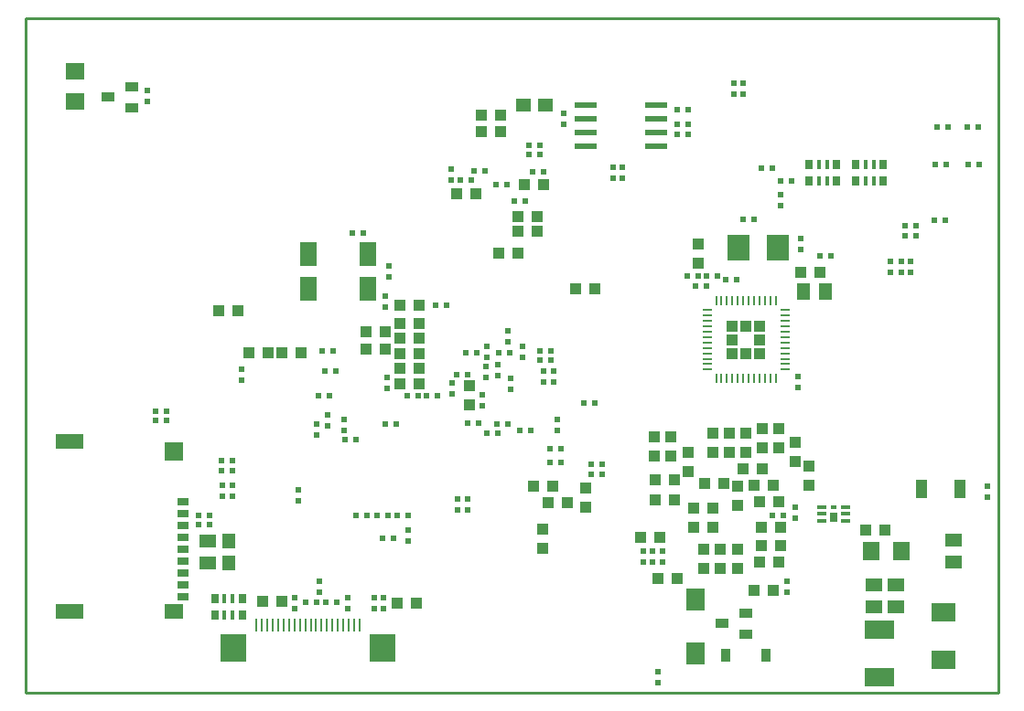
<source format=gbr>
%TF.GenerationSoftware,KiCad,Pcbnew,no-vcs-found-f3908bd~61~ubuntu16.04.1*%
%TF.CreationDate,2017-11-15T13:54:59+02:00*%
%TF.ProjectId,A64-OlinuXino_Rev_E,4136342D4F6C696E7558696E6F5F5265,D*%
%TF.SameCoordinates,Original*%
%TF.FileFunction,Paste,Bot*%
%TF.FilePolarity,Positive*%
%FSLAX46Y46*%
G04 Gerber Fmt 4.6, Leading zero omitted, Abs format (unit mm)*
G04 Created by KiCad (PCBNEW no-vcs-found-f3908bd~61~ubuntu16.04.1) date Wed Nov 15 13:54:59 2017*
%MOMM*%
%LPD*%
G01*
G04 APERTURE LIST*
%ADD10C,0.254000*%
%ADD11R,1.016000X1.016000*%
%ADD12R,2.098400X0.498400*%
%ADD13R,2.600000X1.400000*%
%ADD14R,1.800000X1.800000*%
%ADD15R,1.800000X1.400000*%
%ADD16R,1.100000X0.700000*%
%ADD17R,2.400000X2.600000*%
%ADD18R,0.230000X1.280000*%
%ADD19R,1.000000X1.000000*%
%ADD20R,0.230000X0.880000*%
%ADD21R,0.880000X0.230000*%
%ADD22R,1.600000X2.200000*%
%ADD23R,0.711200X0.965200*%
%ADD24R,0.457200X0.965200*%
%ADD25R,0.550000X0.500000*%
%ADD26R,0.900000X0.350000*%
%ADD27R,0.800000X0.950000*%
%ADD28R,0.600000X0.350000*%
%ADD29R,0.500000X0.550000*%
%ADD30R,1.524000X1.270000*%
%ADD31R,1.700000X2.000000*%
%ADD32R,0.898400X1.298400*%
%ADD33R,1.298400X0.898400*%
%ADD34R,1.800000X1.600000*%
%ADD35R,2.700000X1.800000*%
%ADD36R,1.422400X1.168400*%
%ADD37R,1.168400X1.422400*%
%ADD38R,1.524000X1.778000*%
%ADD39R,1.016000X1.778000*%
%ADD40R,1.270000X1.524000*%
%ADD41R,2.100000X2.400000*%
%ADD42R,2.286000X1.778000*%
G04 APERTURE END LIST*
D10*
X100000000Y-37500000D02*
X100000000Y-100000000D01*
X190000000Y-37500000D02*
X100000000Y-37500000D01*
X190000000Y-100000000D02*
X190000000Y-37500000D01*
X100000000Y-100000000D02*
X190000000Y-100000000D01*
D11*
%TO.C,C162*%
X161290000Y-77724000D03*
X161290000Y-79502000D03*
%TD*%
D12*
%TO.C,U12*%
X158302000Y-45593000D03*
X158302000Y-46863000D03*
X158302000Y-48133000D03*
X158302000Y-49403000D03*
X151832000Y-49403000D03*
X151832000Y-48133000D03*
X151832000Y-46863000D03*
X151832000Y-45593000D03*
%TD*%
D13*
%TO.C,MICRO_SD1*%
X104085000Y-92432000D03*
X104085000Y-76732000D03*
D14*
X113685000Y-77632000D03*
D15*
X113685000Y-92432000D03*
D16*
X114565000Y-91132000D03*
X114565000Y-90032000D03*
X114565000Y-88932000D03*
X114565000Y-87832000D03*
X114565000Y-86732000D03*
X114565000Y-85632000D03*
X114565000Y-84532000D03*
X114565000Y-83432000D03*
X114565000Y-82332000D03*
%TD*%
D17*
%TO.C,MIPI-DSI1*%
X133011000Y-95870000D03*
X119211000Y-95870000D03*
D18*
X130861000Y-93770000D03*
X130361000Y-93770000D03*
X129861000Y-93770000D03*
X129361000Y-93770000D03*
X128861000Y-93770000D03*
X128361000Y-93770000D03*
X127861000Y-93770000D03*
X127361000Y-93770000D03*
X126861000Y-93770000D03*
X126361000Y-93770000D03*
X125861000Y-93770000D03*
X125361000Y-93770000D03*
X124861000Y-93770000D03*
X124361000Y-93770000D03*
X123861000Y-93770000D03*
X123361000Y-93770000D03*
X122861000Y-93770000D03*
X122361000Y-93770000D03*
X121861000Y-93770000D03*
X121361000Y-93770000D03*
%TD*%
D19*
%TO.C,U15*%
X165328600Y-66014600D03*
D20*
X169374000Y-63710000D03*
X168874000Y-63710000D03*
X168374000Y-63710000D03*
X167874000Y-63710000D03*
X167374000Y-63710000D03*
X166874000Y-63710000D03*
X166374000Y-63710000D03*
X165874000Y-63710000D03*
X165374000Y-63710000D03*
X164874000Y-63710000D03*
X164374000Y-63710000D03*
X163874000Y-63710000D03*
D21*
X163024000Y-64560000D03*
X163024000Y-65060000D03*
X163024000Y-65560000D03*
X163024000Y-66060000D03*
X163024000Y-66560000D03*
X163024000Y-67060000D03*
X163024000Y-67560000D03*
X163024000Y-68060000D03*
X163024000Y-68560000D03*
X163024000Y-69060000D03*
X163024000Y-69560000D03*
X163024000Y-70060000D03*
D20*
X163874000Y-70910000D03*
X164374000Y-70910000D03*
X164874000Y-70910000D03*
X165374000Y-70910000D03*
X165874000Y-70910000D03*
X166374000Y-70910000D03*
X166874000Y-70910000D03*
X167374000Y-70910000D03*
X167874000Y-70910000D03*
X168374000Y-70910000D03*
X168874000Y-70910000D03*
X169374000Y-70910000D03*
D21*
X170224000Y-70060000D03*
X170224000Y-69560000D03*
X170224000Y-69060000D03*
X170224000Y-68560000D03*
X170224000Y-68060000D03*
X170224000Y-67560000D03*
X170224000Y-67060000D03*
X170224000Y-66560000D03*
X170224000Y-66060000D03*
X170224000Y-65560000D03*
X170224000Y-65060000D03*
X170224000Y-64560000D03*
D19*
X165328600Y-67310000D03*
X165328600Y-68605400D03*
X166624000Y-68605400D03*
X167919400Y-68605400D03*
X167919400Y-67310000D03*
X166624000Y-66014600D03*
X167919400Y-66014600D03*
%TD*%
D22*
%TO.C,Q2*%
X126155000Y-59360000D03*
X126155000Y-62560000D03*
X131655000Y-62560000D03*
X131655000Y-59360000D03*
%TD*%
D23*
%TO.C,RM9*%
X179324000Y-51054000D03*
X179324000Y-52578000D03*
X176784000Y-51054000D03*
X176784000Y-52578000D03*
D24*
X178435000Y-51054000D03*
X177673000Y-51054000D03*
X178435000Y-52578000D03*
X177673000Y-52578000D03*
%TD*%
D25*
%TO.C,R93*%
X133604000Y-60452000D03*
X133604000Y-61468000D03*
%TD*%
%TO.C,R46*%
X111252000Y-44196000D03*
X111252000Y-45212000D03*
%TD*%
D26*
%TO.C,T1*%
X173652000Y-84089000D03*
X173652000Y-83439000D03*
X173652000Y-82789000D03*
X175852000Y-82789000D03*
X175852000Y-83439000D03*
X175852000Y-84089000D03*
D27*
X174752000Y-83789000D03*
D28*
X174752000Y-82789000D03*
%TD*%
D25*
%TO.C,C1*%
X135400000Y-84892000D03*
X135400000Y-85908000D03*
%TD*%
D29*
%TO.C,C2*%
X135382000Y-83566000D03*
X134366000Y-83566000D03*
%TD*%
%TO.C,C3*%
X133477000Y-83566000D03*
X132461000Y-83566000D03*
%TD*%
%TO.C,C4*%
X131572000Y-83566000D03*
X130556000Y-83566000D03*
%TD*%
D11*
%TO.C,C5*%
X134366000Y-91694000D03*
X136144000Y-91694000D03*
%TD*%
D25*
%TO.C,C6*%
X129800000Y-91192000D03*
X129800000Y-92208000D03*
%TD*%
%TO.C,C7*%
X124900000Y-91192000D03*
X124900000Y-92208000D03*
%TD*%
%TO.C,C8*%
X125200000Y-82208000D03*
X125200000Y-81192000D03*
%TD*%
%TO.C,C9*%
X129413000Y-75692000D03*
X129413000Y-74676000D03*
%TD*%
D11*
%TO.C,C10*%
X123711000Y-68500000D03*
X125489000Y-68500000D03*
%TD*%
D25*
%TO.C,C11*%
X119100000Y-81808000D03*
X119100000Y-80792000D03*
%TD*%
D29*
%TO.C,C12*%
X132992000Y-85700000D03*
X134008000Y-85700000D03*
%TD*%
D25*
%TO.C,C13*%
X133096000Y-91186000D03*
X133096000Y-92202000D03*
%TD*%
%TO.C,C14*%
X132207000Y-91186000D03*
X132207000Y-92202000D03*
%TD*%
%TO.C,C15*%
X133400000Y-70792000D03*
X133400000Y-71808000D03*
%TD*%
D11*
%TO.C,C16*%
X123689000Y-91500000D03*
X121911000Y-91500000D03*
%TD*%
D29*
%TO.C,C17*%
X143592000Y-75100000D03*
X144608000Y-75100000D03*
%TD*%
%TO.C,C18*%
X145692000Y-75700000D03*
X146708000Y-75700000D03*
%TD*%
%TO.C,C19*%
X130556000Y-76581000D03*
X129540000Y-76581000D03*
%TD*%
%TO.C,C20*%
X127692000Y-70200000D03*
X128708000Y-70200000D03*
%TD*%
D11*
%TO.C,C21*%
X133223000Y-68199000D03*
X131445000Y-68199000D03*
%TD*%
D29*
%TO.C,C22*%
X141908000Y-75000000D03*
X140892000Y-75000000D03*
%TD*%
%TO.C,C23*%
X119108000Y-78500000D03*
X118092000Y-78500000D03*
%TD*%
D25*
%TO.C,C24*%
X127200000Y-89692000D03*
X127200000Y-90708000D03*
%TD*%
D29*
%TO.C,C25*%
X127392000Y-68300000D03*
X128408000Y-68300000D03*
%TD*%
D11*
%TO.C,C26*%
X122389000Y-68500000D03*
X120611000Y-68500000D03*
%TD*%
%TO.C,C27*%
X147828000Y-86614000D03*
X147828000Y-84836000D03*
%TD*%
D25*
%TO.C,C28*%
X127900000Y-74292000D03*
X127900000Y-75308000D03*
%TD*%
D29*
%TO.C,C29*%
X143708000Y-76000000D03*
X142692000Y-76000000D03*
%TD*%
%TO.C,C30*%
X133292000Y-75100000D03*
X134308000Y-75100000D03*
%TD*%
D25*
%TO.C,C31*%
X126900000Y-76108000D03*
X126900000Y-75092000D03*
%TD*%
D29*
%TO.C,C34*%
X148608000Y-69200000D03*
X147592000Y-69200000D03*
%TD*%
%TO.C,C35*%
X146892000Y-51750000D03*
X147908000Y-51750000D03*
%TD*%
D11*
%TO.C,C36*%
X146113500Y-52959000D03*
X147891500Y-52959000D03*
%TD*%
D29*
%TO.C,C37*%
X141258000Y-52500000D03*
X140242000Y-52500000D03*
%TD*%
D11*
%TO.C,C38*%
X141639000Y-53750000D03*
X139861000Y-53750000D03*
%TD*%
%TO.C,C42*%
X143889000Y-46500000D03*
X142111000Y-46500000D03*
%TD*%
%TO.C,C43*%
X143889000Y-48050000D03*
X142111000Y-48050000D03*
%TD*%
D29*
%TO.C,C44*%
X141492000Y-51650000D03*
X142508000Y-51650000D03*
%TD*%
%TO.C,C46*%
X140908000Y-70500000D03*
X139892000Y-70500000D03*
%TD*%
D25*
%TO.C,C50*%
X139425000Y-71317000D03*
X139425000Y-72333000D03*
%TD*%
D29*
%TO.C,C51*%
X138108000Y-72500000D03*
X137092000Y-72500000D03*
%TD*%
D11*
%TO.C,C53*%
X136398000Y-69977000D03*
X134620000Y-69977000D03*
%TD*%
%TO.C,C54*%
X134620000Y-65786000D03*
X136398000Y-65786000D03*
%TD*%
%TO.C,C55*%
X136398000Y-68580000D03*
X134620000Y-68580000D03*
%TD*%
%TO.C,C56*%
X134620000Y-67183000D03*
X136398000Y-67183000D03*
%TD*%
%TO.C,C59*%
X134620000Y-71374000D03*
X136398000Y-71374000D03*
%TD*%
%TO.C,C61*%
X141050000Y-71586000D03*
X141050000Y-73364000D03*
%TD*%
D30*
%TO.C,C64*%
X116840000Y-85979000D03*
X116840000Y-88011000D03*
%TD*%
D25*
%TO.C,C72*%
X179959000Y-61087000D03*
X179959000Y-60071000D03*
%TD*%
%TO.C,C73*%
X144625000Y-66442000D03*
X144625000Y-67458000D03*
%TD*%
D29*
%TO.C,C79*%
X143792000Y-68500000D03*
X144808000Y-68500000D03*
%TD*%
D25*
%TO.C,C80*%
X147900000Y-70192000D03*
X147900000Y-71208000D03*
%TD*%
%TO.C,C109*%
X142700000Y-68908000D03*
X142700000Y-67892000D03*
%TD*%
D29*
%TO.C,C110*%
X148608000Y-68300000D03*
X147592000Y-68300000D03*
%TD*%
D25*
%TO.C,C115*%
X148800000Y-71208000D03*
X148800000Y-70192000D03*
%TD*%
D11*
%TO.C,C116*%
X145542000Y-59309000D03*
X143764000Y-59309000D03*
%TD*%
D25*
%TO.C,C117*%
X142600000Y-70808000D03*
X142600000Y-69792000D03*
%TD*%
D30*
%TO.C,C118*%
X180467000Y-90043000D03*
X180467000Y-92075000D03*
%TD*%
%TO.C,C119*%
X178435000Y-90043000D03*
X178435000Y-92075000D03*
%TD*%
D11*
%TO.C,C120*%
X147320000Y-55880000D03*
X145542000Y-55880000D03*
%TD*%
%TO.C,C121*%
X169799000Y-84709000D03*
X168021000Y-84709000D03*
%TD*%
D29*
%TO.C,C123*%
X148492000Y-77400000D03*
X149508000Y-77400000D03*
%TD*%
D11*
%TO.C,C125*%
X158242000Y-80264000D03*
X160020000Y-80264000D03*
%TD*%
%TO.C,C126*%
X163576000Y-82931000D03*
X161798000Y-82931000D03*
%TD*%
D29*
%TO.C,C127*%
X153289000Y-79756000D03*
X152273000Y-79756000D03*
%TD*%
D11*
%TO.C,C128*%
X169799000Y-86360000D03*
X168021000Y-86360000D03*
%TD*%
D29*
%TO.C,C130*%
X153289000Y-78867000D03*
X152273000Y-78867000D03*
%TD*%
D25*
%TO.C,C132*%
X149200000Y-74692000D03*
X149200000Y-75708000D03*
%TD*%
D11*
%TO.C,C133*%
X165862000Y-86741000D03*
X165862000Y-88519000D03*
%TD*%
D29*
%TO.C,C134*%
X148492000Y-78700000D03*
X149508000Y-78700000D03*
%TD*%
D11*
%TO.C,C135*%
X177673000Y-84963000D03*
X179451000Y-84963000D03*
%TD*%
%TO.C,C137*%
X151765000Y-82804000D03*
X151765000Y-81026000D03*
%TD*%
%TO.C,C142*%
X146939000Y-80899000D03*
X148717000Y-80899000D03*
%TD*%
%TO.C,C145*%
X164211000Y-86741000D03*
X164211000Y-88519000D03*
%TD*%
%TO.C,C147*%
X172466000Y-80772000D03*
X172466000Y-78994000D03*
%TD*%
%TO.C,C148*%
X148336000Y-82423000D03*
X150114000Y-82423000D03*
%TD*%
%TO.C,C149*%
X162687000Y-88519000D03*
X162687000Y-86741000D03*
%TD*%
%TO.C,C151*%
X160274000Y-89408000D03*
X158496000Y-89408000D03*
%TD*%
%TO.C,C152*%
X169164000Y-90551000D03*
X167386000Y-90551000D03*
%TD*%
%TO.C,C153*%
X166624000Y-75946000D03*
X166624000Y-77724000D03*
%TD*%
D25*
%TO.C,C155*%
X142200000Y-73408000D03*
X142200000Y-72392000D03*
%TD*%
D29*
%TO.C,C156*%
X184277000Y-47625000D03*
X185293000Y-47625000D03*
%TD*%
D11*
%TO.C,C157*%
X165862000Y-82677000D03*
X165862000Y-80899000D03*
%TD*%
D25*
%TO.C,C158*%
X144900000Y-71908000D03*
X144900000Y-70892000D03*
%TD*%
D11*
%TO.C,C159*%
X158242000Y-82169000D03*
X160020000Y-82169000D03*
%TD*%
%TO.C,C160*%
X158115000Y-78105000D03*
X158115000Y-76327000D03*
%TD*%
%TO.C,C161*%
X164592000Y-80645000D03*
X162814000Y-80645000D03*
%TD*%
%TO.C,C164*%
X163576000Y-75946000D03*
X163576000Y-77724000D03*
%TD*%
%TO.C,C165*%
X165100000Y-75946000D03*
X165100000Y-77724000D03*
%TD*%
%TO.C,C167*%
X166370000Y-79248000D03*
X168148000Y-79248000D03*
%TD*%
%TO.C,C168*%
X159639000Y-78105000D03*
X159639000Y-76327000D03*
%TD*%
%TO.C,C170*%
X167386000Y-80772000D03*
X169164000Y-80772000D03*
%TD*%
%TO.C,C171*%
X161798000Y-84709000D03*
X163576000Y-84709000D03*
%TD*%
%TO.C,C173*%
X158623000Y-85598000D03*
X156845000Y-85598000D03*
%TD*%
%TO.C,C174*%
X171196000Y-76835000D03*
X171196000Y-78613000D03*
%TD*%
%TO.C,C176*%
X167894000Y-82296000D03*
X169672000Y-82296000D03*
%TD*%
D29*
%TO.C,C177*%
X184150000Y-51054000D03*
X185166000Y-51054000D03*
%TD*%
D11*
%TO.C,C178*%
X169672000Y-75565000D03*
X169672000Y-77343000D03*
%TD*%
%TO.C,C179*%
X168148000Y-75565000D03*
X168148000Y-77343000D03*
%TD*%
D30*
%TO.C,C180*%
X185801000Y-85852000D03*
X185801000Y-87884000D03*
%TD*%
D11*
%TO.C,C181*%
X167894000Y-87884000D03*
X169672000Y-87884000D03*
%TD*%
D29*
%TO.C,C183*%
X131191000Y-57404000D03*
X130175000Y-57404000D03*
%TD*%
D25*
%TO.C,C184*%
X133223000Y-64262000D03*
X133223000Y-63246000D03*
%TD*%
D11*
%TO.C,C188*%
X147320000Y-57277000D03*
X145542000Y-57277000D03*
%TD*%
D29*
%TO.C,C189*%
X140692000Y-68500000D03*
X141708000Y-68500000D03*
%TD*%
D11*
%TO.C,C190*%
X119634000Y-64643000D03*
X117856000Y-64643000D03*
%TD*%
D25*
%TO.C,C191*%
X146000000Y-67892000D03*
X146000000Y-68908000D03*
%TD*%
D11*
%TO.C,C192*%
X134620000Y-64135000D03*
X136398000Y-64135000D03*
%TD*%
%TO.C,C194*%
X150876000Y-62611000D03*
X152654000Y-62611000D03*
%TD*%
D31*
%TO.C,D3*%
X161925000Y-96353000D03*
X161925000Y-91353000D03*
%TD*%
D32*
%TO.C,D4*%
X168524000Y-96520000D03*
X164724000Y-96520000D03*
%TD*%
D33*
%TO.C,FET1*%
X107609640Y-44828460D03*
X109819440Y-45783500D03*
X109819440Y-43881040D03*
%TD*%
%TO.C,FET2*%
X164378640Y-93596460D03*
X166588440Y-94551500D03*
X166588440Y-92649040D03*
%TD*%
D34*
%TO.C,FUSE1*%
X104521000Y-45215000D03*
X104521000Y-42415000D03*
%TD*%
D35*
%TO.C,FUSE2*%
X178943000Y-94193000D03*
X178943000Y-98593000D03*
%TD*%
D36*
%TO.C,L1*%
X146050000Y-45593000D03*
X148082000Y-45593000D03*
%TD*%
D37*
%TO.C,L2*%
X118745000Y-85979000D03*
X118745000Y-88011000D03*
%TD*%
D29*
%TO.C,R2*%
X127092000Y-72500000D03*
X128108000Y-72500000D03*
%TD*%
D25*
%TO.C,R3*%
X140843000Y-83058000D03*
X140843000Y-82042000D03*
%TD*%
%TO.C,R4*%
X139954000Y-83058000D03*
X139954000Y-82042000D03*
%TD*%
D29*
%TO.C,R54*%
X169037000Y-51435000D03*
X168021000Y-51435000D03*
%TD*%
D25*
%TO.C,R60*%
X169799000Y-53848000D03*
X169799000Y-54864000D03*
%TD*%
D29*
%TO.C,R96*%
X138938000Y-64135000D03*
X137922000Y-64135000D03*
%TD*%
%TO.C,R97*%
X151638000Y-73152000D03*
X152654000Y-73152000D03*
%TD*%
D23*
%TO.C,RM7*%
X120015000Y-91313000D03*
X120015000Y-92837000D03*
X117475000Y-91313000D03*
X117475000Y-92837000D03*
D24*
X119126000Y-91313000D03*
X118364000Y-91313000D03*
X119126000Y-92837000D03*
X118364000Y-92837000D03*
%TD*%
D23*
%TO.C,RM12*%
X175006000Y-51054000D03*
X175006000Y-52578000D03*
X172466000Y-51054000D03*
X172466000Y-52578000D03*
D24*
X174117000Y-51054000D03*
X173355000Y-51054000D03*
X174117000Y-52578000D03*
X173355000Y-52578000D03*
%TD*%
D29*
%TO.C,R37*%
X184023000Y-56261000D03*
X185039000Y-56261000D03*
%TD*%
D25*
%TO.C,R38*%
X181864000Y-60071000D03*
X181864000Y-61087000D03*
%TD*%
D29*
%TO.C,R41*%
X173482000Y-59563000D03*
X174498000Y-59563000D03*
%TD*%
D25*
%TO.C,R42*%
X180975000Y-61087000D03*
X180975000Y-60071000D03*
%TD*%
D29*
%TO.C,R61*%
X169799000Y-52578000D03*
X170815000Y-52578000D03*
%TD*%
D25*
%TO.C,C197*%
X143700000Y-69592000D03*
X143700000Y-70608000D03*
%TD*%
%TO.C,R85*%
X170434000Y-89662000D03*
X170434000Y-90678000D03*
%TD*%
%TO.C,R84*%
X171196000Y-82804000D03*
X171196000Y-83820000D03*
%TD*%
D38*
%TO.C,R78*%
X178181000Y-86868000D03*
X180975000Y-86868000D03*
%TD*%
D29*
%TO.C,R92*%
X170053000Y-83566000D03*
X169037000Y-83566000D03*
%TD*%
D25*
%TO.C,R90*%
X157099000Y-87884000D03*
X157099000Y-86868000D03*
%TD*%
%TO.C,R88*%
X157988000Y-87884000D03*
X157988000Y-86868000D03*
%TD*%
D29*
%TO.C,R89*%
X188087000Y-47625000D03*
X187071000Y-47625000D03*
%TD*%
D25*
%TO.C,R83*%
X158877000Y-86868000D03*
X158877000Y-87884000D03*
%TD*%
D29*
%TO.C,R91*%
X188214000Y-51054000D03*
X187198000Y-51054000D03*
%TD*%
D25*
%TO.C,R95*%
X158496000Y-98044000D03*
X158496000Y-99060000D03*
%TD*%
D29*
%TO.C,R30*%
X115951000Y-83566000D03*
X116967000Y-83566000D03*
%TD*%
%TO.C,R31*%
X115951000Y-84455000D03*
X116967000Y-84455000D03*
%TD*%
D25*
%TO.C,R15*%
X154305000Y-52324000D03*
X154305000Y-51308000D03*
%TD*%
D29*
%TO.C,R21*%
X146592000Y-50150000D03*
X147608000Y-50150000D03*
%TD*%
%TO.C,R23*%
X144508000Y-52950000D03*
X143492000Y-52950000D03*
%TD*%
%TO.C,R27*%
X135255000Y-72517000D03*
X136271000Y-72517000D03*
%TD*%
D25*
%TO.C,R1*%
X120000000Y-71008000D03*
X120000000Y-69992000D03*
%TD*%
%TO.C,R5*%
X118200000Y-80792000D03*
X118200000Y-81808000D03*
%TD*%
D29*
%TO.C,R8*%
X118092000Y-79400000D03*
X119108000Y-79400000D03*
%TD*%
%TO.C,R9*%
X128808000Y-91600000D03*
X127792000Y-91600000D03*
%TD*%
%TO.C,R13*%
X125892000Y-91600000D03*
X126908000Y-91600000D03*
%TD*%
%TO.C,R86*%
X181356000Y-56769000D03*
X182372000Y-56769000D03*
%TD*%
%TO.C,R87*%
X181356000Y-57658000D03*
X182372000Y-57658000D03*
%TD*%
D11*
%TO.C,R36*%
X131445000Y-66548000D03*
X133223000Y-66548000D03*
%TD*%
D39*
%TO.C,C196*%
X186436000Y-81153000D03*
X182880000Y-81153000D03*
%TD*%
D40*
%TO.C,C201*%
X171958000Y-62865000D03*
X173990000Y-62865000D03*
%TD*%
D11*
%TO.C,C211*%
X162179000Y-58420000D03*
X162179000Y-60198000D03*
%TD*%
D29*
%TO.C,R109*%
X162941000Y-61404500D03*
X163957000Y-61404500D03*
%TD*%
%TO.C,R110*%
X164719000Y-61722000D03*
X165735000Y-61722000D03*
%TD*%
D25*
%TO.C,R111*%
X188976000Y-80899000D03*
X188976000Y-81915000D03*
%TD*%
D11*
%TO.C,R115*%
X171704000Y-61087000D03*
X173482000Y-61087000D03*
%TD*%
D29*
%TO.C,C210*%
X161925000Y-62357000D03*
X162941000Y-62357000D03*
%TD*%
D25*
%TO.C,C216*%
X171450000Y-71755000D03*
X171450000Y-70739000D03*
%TD*%
%TO.C,C81*%
X149733000Y-47371000D03*
X149733000Y-46355000D03*
%TD*%
D29*
%TO.C,R53*%
X160274000Y-45974000D03*
X161290000Y-45974000D03*
%TD*%
%TO.C,R55*%
X160274000Y-48260000D03*
X161290000Y-48260000D03*
%TD*%
%TO.C,R56*%
X160274000Y-47371000D03*
X161290000Y-47371000D03*
%TD*%
D25*
%TO.C,R57*%
X155194000Y-51308000D03*
X155194000Y-52324000D03*
%TD*%
D29*
%TO.C,C86*%
X112014000Y-73914000D03*
X113030000Y-73914000D03*
%TD*%
%TO.C,C87*%
X112014000Y-74803000D03*
X113030000Y-74803000D03*
%TD*%
D25*
%TO.C,R28*%
X166370000Y-43561000D03*
X166370000Y-44577000D03*
%TD*%
%TO.C,R65*%
X165481000Y-43561000D03*
X165481000Y-44577000D03*
%TD*%
D41*
%TO.C,Q4*%
X165917000Y-58801000D03*
X169617000Y-58801000D03*
%TD*%
D25*
%TO.C,C212*%
X171704000Y-57912000D03*
X171704000Y-58928000D03*
%TD*%
D29*
%TO.C,C213*%
X166370000Y-56134000D03*
X167386000Y-56134000D03*
%TD*%
D42*
%TO.C,D1*%
X184912000Y-92565000D03*
X184912000Y-96919000D03*
%TD*%
D25*
%TO.C,R67*%
X139350000Y-52508000D03*
X139350000Y-51492000D03*
%TD*%
D29*
%TO.C,R66*%
X145224500Y-54419500D03*
X146240500Y-54419500D03*
%TD*%
%TO.C,R68*%
X146592000Y-49250000D03*
X147608000Y-49250000D03*
%TD*%
%TO.C,C93*%
X162179000Y-61404500D03*
X161163000Y-61404500D03*
%TD*%
M02*

</source>
